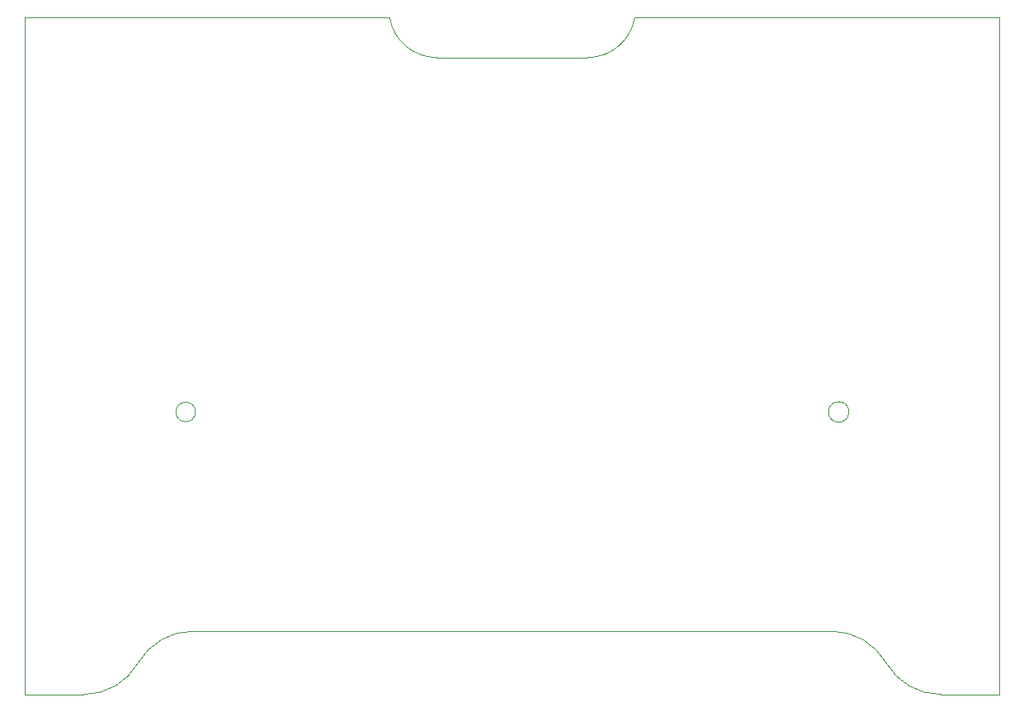
<source format=gbr>
G04 #@! TF.GenerationSoftware,KiCad,Pcbnew,5.0.2-bee76a0~70~ubuntu18.04.1*
G04 #@! TF.CreationDate,2020-10-28T09:15:44+01:00*
G04 #@! TF.ProjectId,ModulAdapter_Verv2,4d6f6475-6c41-4646-9170-7465725f5665,rev?*
G04 #@! TF.SameCoordinates,Original*
G04 #@! TF.FileFunction,Profile,NP*
%FSLAX46Y46*%
G04 Gerber Fmt 4.6, Leading zero omitted, Abs format (unit mm)*
G04 Created by KiCad (PCBNEW 5.0.2-bee76a0~70~ubuntu18.04.1) date Mi 28 Okt 2020 09:15:44 CET*
%MOMM*%
%LPD*%
G01*
G04 APERTURE LIST*
%ADD10C,0.100000*%
G04 APERTURE END LIST*
D10*
X87440000Y-67980000D02*
X50000000Y-67980000D01*
X107721247Y-72121673D02*
G75*
G03X112573000Y-68027000I28753J4887673D01*
G01*
X92278753Y-72121673D02*
G75*
G02X87427000Y-68027000I-28753J4887673D01*
G01*
X92250000Y-72127000D02*
X107750000Y-72127000D01*
X56000000Y-137500000D02*
X50000000Y-137500000D01*
X144000000Y-137500000D02*
X150000000Y-137500000D01*
X132750417Y-130999277D02*
G75*
G02X138380000Y-134250000I-417J-6500723D01*
G01*
X144004583Y-137492062D02*
G75*
G02X138380000Y-134250000I-4583J6492062D01*
G01*
X61620835Y-134250000D02*
G75*
G02X67250000Y-131000000I5629165J-3250000D01*
G01*
X61629165Y-134250000D02*
G75*
G02X56000000Y-137500000I-5629165J3250000D01*
G01*
X134550000Y-108500000D02*
G75*
G03X134550000Y-108500000I-1050000J0D01*
G01*
X67500000Y-108500000D02*
G75*
G03X67500000Y-108500000I-1000000J0D01*
G01*
X150000000Y-137500000D02*
X150000000Y-67980000D01*
X50000000Y-137500000D02*
X50000000Y-67980000D01*
X67250000Y-131000000D02*
X132750000Y-131000000D01*
X112600000Y-67980000D02*
X150000000Y-67980000D01*
M02*

</source>
